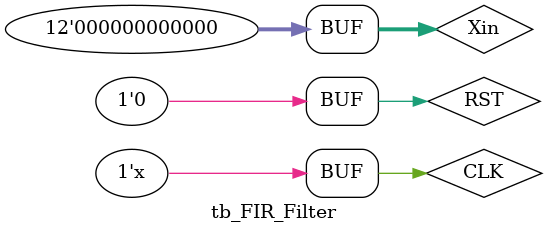
<source format=v>
`timescale 1ns/1ps

module tb_FIR_Filter();
	
	reg CLK;
	reg RST;
	reg [11:0] Xin;
	
	wire [11:0] Yout;
	
	FIR_Filter_pipe f1(.clock(CLK), .reset(RST), .data_in(Xin), .data_out(Yout));
	
	initial CLK = 0;
	initial RST = 0;
	
	always #5 CLK = ~CLK;
		initial begin
			Xin = 0;
			#5;
			RST = !RST;
			#15;
			Xin = -3; #10;
			Xin =  1; #10;
			Xin =  0; #10;
			Xin = -2; #10;
			Xin = -1; #10;
			Xin =  4; #10;
			Xin = -5; #10;
			Xin =  6; #10;
			Xin =  0; #10;
		end
endmodule

</source>
